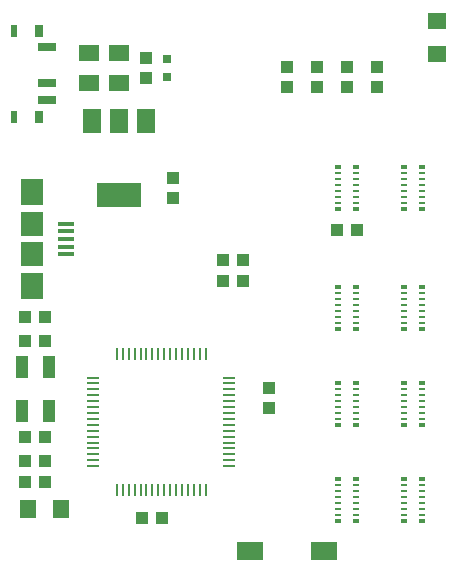
<source format=gtp>
G75*
%MOIN*%
%OFA0B0*%
%FSLAX24Y24*%
%IPPOS*%
%LPD*%
%AMOC8*
5,1,8,0,0,1.08239X$1,22.5*
%
%ADD10R,0.0630X0.0551*%
%ADD11R,0.0394X0.0433*%
%ADD12R,0.0315X0.0315*%
%ADD13R,0.0590X0.0790*%
%ADD14R,0.1500X0.0790*%
%ADD15R,0.0709X0.0551*%
%ADD16R,0.0394X0.0087*%
%ADD17R,0.0087X0.0394*%
%ADD18R,0.0433X0.0394*%
%ADD19R,0.0551X0.0157*%
%ADD20R,0.0748X0.0787*%
%ADD21R,0.0748X0.0866*%
%ADD22R,0.0551X0.0630*%
%ADD23R,0.0591X0.0276*%
%ADD24R,0.0236X0.0394*%
%ADD25R,0.0315X0.0394*%
%ADD26R,0.0197X0.0150*%
%ADD27R,0.0197X0.0098*%
%ADD28R,0.0433X0.0748*%
%ADD29R,0.0906X0.0630*%
D10*
X014927Y017509D03*
X014927Y018611D03*
D11*
X012927Y017095D03*
X012927Y016425D03*
X011927Y016425D03*
X011927Y017095D03*
X010927Y017095D03*
X010927Y016425D03*
X009927Y016425D03*
X009927Y017095D03*
X005227Y017395D03*
X005227Y016725D03*
X006127Y013395D03*
X006127Y012725D03*
X009327Y006395D03*
X009327Y005725D03*
D12*
X005927Y016765D03*
X005927Y017355D03*
D13*
X005217Y015300D03*
X004317Y015300D03*
X003417Y015300D03*
D14*
X004327Y012820D03*
D15*
X004327Y016548D03*
X003327Y016548D03*
X003327Y017572D03*
X004327Y017572D03*
D16*
X003464Y006736D03*
X003464Y006540D03*
X003464Y006343D03*
X003464Y006146D03*
X003464Y005949D03*
X003464Y005752D03*
X003464Y005555D03*
X003464Y005358D03*
X003464Y005162D03*
X003464Y004965D03*
X003464Y004768D03*
X003464Y004571D03*
X003464Y004374D03*
X003464Y004177D03*
X003464Y003980D03*
X003464Y003784D03*
X007991Y003784D03*
X007991Y003980D03*
X007991Y004177D03*
X007991Y004374D03*
X007991Y004571D03*
X007991Y004768D03*
X007991Y004965D03*
X007991Y005162D03*
X007991Y005358D03*
X007991Y005555D03*
X007991Y005752D03*
X007991Y005949D03*
X007991Y006146D03*
X007991Y006343D03*
X007991Y006540D03*
X007991Y006736D03*
D17*
X007204Y007524D03*
X007007Y007524D03*
X006810Y007524D03*
X006613Y007524D03*
X006416Y007524D03*
X006219Y007524D03*
X006023Y007524D03*
X005826Y007524D03*
X005629Y007524D03*
X005432Y007524D03*
X005235Y007524D03*
X005038Y007524D03*
X004842Y007524D03*
X004645Y007524D03*
X004448Y007524D03*
X004251Y007524D03*
X004251Y002996D03*
X004448Y002996D03*
X004645Y002996D03*
X004842Y002996D03*
X005038Y002996D03*
X005235Y002996D03*
X005432Y002996D03*
X005629Y002996D03*
X005826Y002996D03*
X006023Y002996D03*
X006219Y002996D03*
X006416Y002996D03*
X006613Y002996D03*
X006810Y002996D03*
X007007Y002996D03*
X007204Y002996D03*
D18*
X005762Y002060D03*
X005093Y002060D03*
X001862Y003260D03*
X001193Y003260D03*
X001193Y003960D03*
X001862Y003960D03*
X001862Y004760D03*
X001193Y004760D03*
X001193Y007960D03*
X001862Y007960D03*
X001862Y008760D03*
X001193Y008760D03*
X007793Y009960D03*
X008462Y009960D03*
X008462Y010660D03*
X007793Y010660D03*
X011593Y011660D03*
X012262Y011660D03*
D19*
X002549Y011616D03*
X002549Y011872D03*
X002549Y011360D03*
X002549Y011104D03*
X002549Y010848D03*
D20*
X001427Y010868D03*
X001427Y011852D03*
D21*
X001427Y012935D03*
X001427Y009785D03*
D22*
X001276Y002360D03*
X002379Y002360D03*
D23*
X001916Y015974D03*
X001916Y016565D03*
X001916Y017746D03*
D24*
X000834Y018297D03*
X000834Y015423D03*
D25*
X001660Y015423D03*
X001660Y018297D03*
D26*
X011632Y013749D03*
X012223Y013749D03*
X012223Y012371D03*
X011632Y012371D03*
X013832Y012371D03*
X014423Y012371D03*
X014423Y013749D03*
X013832Y013749D03*
X013832Y009749D03*
X014423Y009749D03*
X014423Y008371D03*
X013832Y008371D03*
X012223Y008371D03*
X011632Y008371D03*
X011632Y009749D03*
X012223Y009749D03*
X012223Y006549D03*
X011632Y006549D03*
X011632Y005171D03*
X012223Y005171D03*
X013832Y005171D03*
X014423Y005171D03*
X014423Y006549D03*
X013832Y006549D03*
X013832Y003349D03*
X014423Y003349D03*
X014423Y001971D03*
X013832Y001971D03*
X012223Y001971D03*
X011632Y001971D03*
X011632Y003349D03*
X012223Y003349D03*
D27*
X012223Y003152D03*
X012223Y002955D03*
X012223Y002758D03*
X012223Y002562D03*
X012223Y002365D03*
X012223Y002168D03*
X011632Y002168D03*
X011632Y002365D03*
X011632Y002562D03*
X011632Y002758D03*
X011632Y002955D03*
X011632Y003152D03*
X013832Y003152D03*
X013832Y002955D03*
X013832Y002758D03*
X013832Y002562D03*
X013832Y002365D03*
X013832Y002168D03*
X014423Y002168D03*
X014423Y002365D03*
X014423Y002562D03*
X014423Y002758D03*
X014423Y002955D03*
X014423Y003152D03*
X014423Y005368D03*
X014423Y005565D03*
X014423Y005762D03*
X014423Y005958D03*
X014423Y006155D03*
X014423Y006352D03*
X013832Y006352D03*
X013832Y006155D03*
X013832Y005958D03*
X013832Y005762D03*
X013832Y005565D03*
X013832Y005368D03*
X012223Y005368D03*
X012223Y005565D03*
X012223Y005762D03*
X012223Y005958D03*
X012223Y006155D03*
X012223Y006352D03*
X011632Y006352D03*
X011632Y006155D03*
X011632Y005958D03*
X011632Y005762D03*
X011632Y005565D03*
X011632Y005368D03*
X011632Y008568D03*
X011632Y008765D03*
X011632Y008962D03*
X011632Y009158D03*
X011632Y009355D03*
X011632Y009552D03*
X012223Y009552D03*
X012223Y009355D03*
X012223Y009158D03*
X012223Y008962D03*
X012223Y008765D03*
X012223Y008568D03*
X013832Y008568D03*
X013832Y008765D03*
X013832Y008962D03*
X013832Y009158D03*
X013832Y009355D03*
X013832Y009552D03*
X014423Y009552D03*
X014423Y009355D03*
X014423Y009158D03*
X014423Y008962D03*
X014423Y008765D03*
X014423Y008568D03*
X014423Y012568D03*
X014423Y012765D03*
X014423Y012962D03*
X014423Y013158D03*
X014423Y013355D03*
X014423Y013552D03*
X013832Y013552D03*
X013832Y013355D03*
X013832Y013158D03*
X013832Y012962D03*
X013832Y012765D03*
X013832Y012568D03*
X012223Y012568D03*
X012223Y012765D03*
X012223Y012962D03*
X012223Y013158D03*
X012223Y013355D03*
X012223Y013552D03*
X011632Y013552D03*
X011632Y013355D03*
X011632Y013158D03*
X011632Y012962D03*
X011632Y012765D03*
X011632Y012568D03*
D28*
X001980Y007088D03*
X001075Y007088D03*
X001075Y005632D03*
X001980Y005632D03*
D29*
X008687Y000960D03*
X011168Y000960D03*
M02*

</source>
